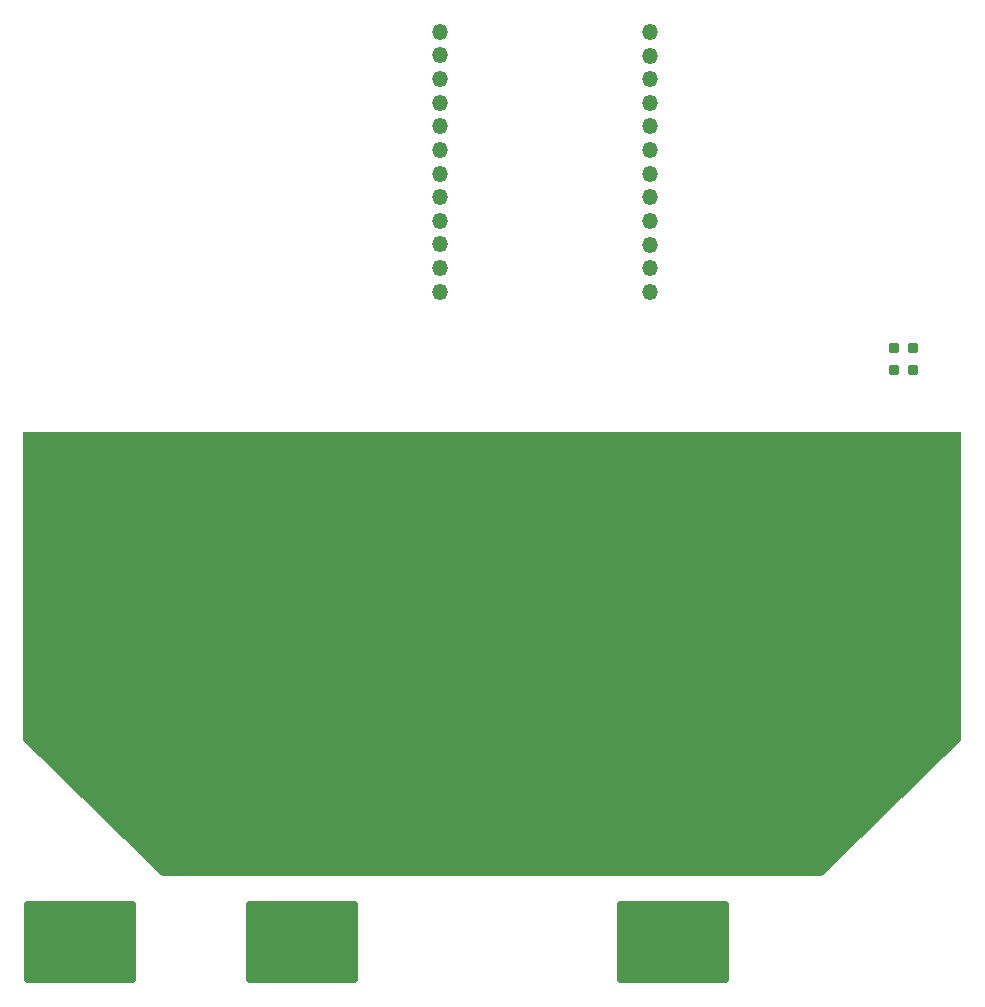
<source format=gts>
G04 #@! TF.GenerationSoftware,KiCad,Pcbnew,8.0.2*
G04 #@! TF.CreationDate,2024-08-20T08:20:47+02:00*
G04 #@! TF.ProjectId,STS1_SIDEPANEL,53545331-5f53-4494-9445-50414e454c2e,rev?*
G04 #@! TF.SameCoordinates,Original*
G04 #@! TF.FileFunction,Soldermask,Top*
G04 #@! TF.FilePolarity,Negative*
%FSLAX46Y46*%
G04 Gerber Fmt 4.6, Leading zero omitted, Abs format (unit mm)*
G04 Created by KiCad (PCBNEW 8.0.2) date 2024-08-20 08:20:47*
%MOMM*%
%LPD*%
G01*
G04 APERTURE LIST*
G04 Aperture macros list*
%AMRoundRect*
0 Rectangle with rounded corners*
0 $1 Rounding radius*
0 $2 $3 $4 $5 $6 $7 $8 $9 X,Y pos of 4 corners*
0 Add a 4 corners polygon primitive as box body*
4,1,4,$2,$3,$4,$5,$6,$7,$8,$9,$2,$3,0*
0 Add four circle primitives for the rounded corners*
1,1,$1+$1,$2,$3*
1,1,$1+$1,$4,$5*
1,1,$1+$1,$6,$7*
1,1,$1+$1,$8,$9*
0 Add four rect primitives between the rounded corners*
20,1,$1+$1,$2,$3,$4,$5,0*
20,1,$1+$1,$4,$5,$6,$7,0*
20,1,$1+$1,$6,$7,$8,$9,0*
20,1,$1+$1,$8,$9,$2,$3,0*%
%AMFreePoly0*
4,1,17,27.998779,14.255902,28.009846,14.246565,39.669846,2.866565,39.698571,2.811843,39.696113,2.795000,39.700000,2.795000,39.700000,-2.795000,-39.700000,-2.795000,-39.700000,2.795000,-39.695106,2.795000,-39.695106,2.825902,-39.669846,2.866565,-28.009846,14.246565,-27.954442,14.273952,-27.940000,14.275000,27.940000,14.275000,27.998779,14.255902,27.998779,14.255902,$1*%
G04 Aperture macros list end*
%ADD10C,6.000000*%
%ADD11FreePoly0,180.000000*%
%ADD12R,79.400000X20.475000*%
%ADD13RoundRect,0.350000X4.400000X3.150000X-4.400000X3.150000X-4.400000X-3.150000X4.400000X-3.150000X0*%
%ADD14O,1.350000X1.350000*%
%ADD15RoundRect,0.100000X0.300000X-0.300000X0.300000X0.300000X-0.300000X0.300000X-0.300000X-0.300000X0*%
G04 APERTURE END LIST*
D10*
X148949200Y-100709800D03*
D11*
X124949200Y-106314800D03*
D10*
X124949200Y-100709800D03*
D12*
X124949200Y-93282300D03*
D10*
X98949200Y-100709800D03*
D13*
X140279200Y-126209800D03*
X108819200Y-126209800D03*
X90024200Y-126204800D03*
D14*
X120500000Y-71175000D03*
X120500000Y-69175000D03*
X120500000Y-67175000D03*
X120500000Y-65175000D03*
X120500000Y-63175000D03*
X120500000Y-61175000D03*
X120500000Y-59175000D03*
X120500000Y-57175000D03*
X120500000Y-55175000D03*
X120500000Y-53175000D03*
X120500000Y-51175000D03*
X120500000Y-49175000D03*
D15*
X160550000Y-75940000D03*
X158950000Y-75940000D03*
X158950000Y-77840000D03*
X160550000Y-77840000D03*
D14*
X138309600Y-71186600D03*
X138309600Y-69186600D03*
X138309600Y-67186600D03*
X138309600Y-65186600D03*
X138309600Y-63186600D03*
X138309600Y-61186600D03*
X138309600Y-59186600D03*
X138309600Y-57186600D03*
X138309600Y-55186600D03*
X138309600Y-53186600D03*
X138309600Y-51186600D03*
X138309600Y-49186600D03*
M02*

</source>
